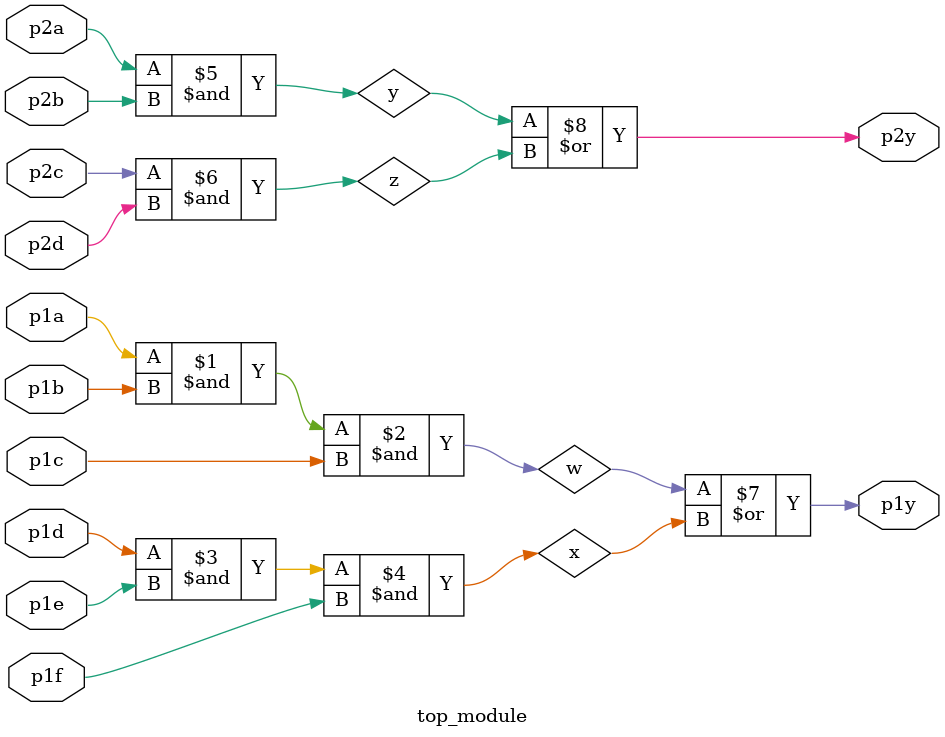
<source format=v>
module top_module ( 
    input p1a, p1b, p1c, p1d, p1e, p1f,
    output p1y,
    input p2a, p2b, p2c, p2d,
    output p2y );
wire w,x,y,z;
    assign w = (p1a&p1b)&(p1c);
    assign x = (p1d&p1e&p1f);
    assign y = (p2a&p2b);
    assign z = (p2c&p2d);
    assign p1y = (w|x);
    assign p2y = (y|z);

endmodule

</source>
